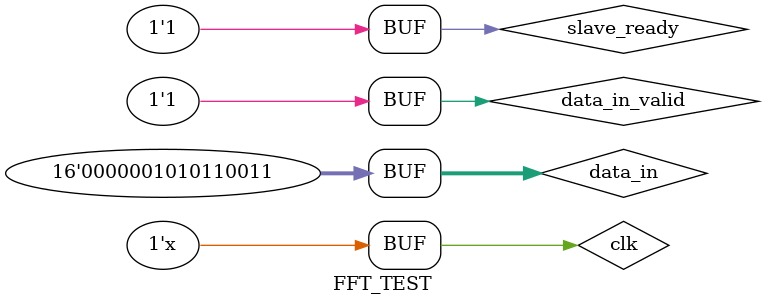
<source format=v>
`timescale 1ns / 1ps


module FFT_TEST;

	// Inputs
	reg clk;
	reg [15:0] data_in;
	reg data_in_valid;
	reg slave_ready;

	// Outputs
	wire [15:0] data_out;
	wire data_in_ready;
	wire data_out_valid;
	wire [7:0] output_index;

	// Instantiate the Unit Under Test (UUT)
	wrap_FFT uut (
		.clk(clk), 
		//.input_index(input_index),
		.data_in(data_in), 
		.data_out(data_out), 
		.data_in_ready(data_in_ready), 
		.data_in_valid(data_in_valid), 
		.data_out_valid(data_out_valid), 
		.slave_ready(slave_ready), 
		.output_index(output_index)
	);

always begin
	#5 clk = ~clk;
	end

	initial begin
		// Initialize Inputs
		clk = 0;
		data_in = 0;
		data_in_valid = 0;
		slave_ready = 0;
		//input_index = 0;

		// Wait 100 ns for global reset to finish
		#10 data_in_valid = 1;slave_ready = 1;
		#10 data_in = 10'b1010110011;//input_index = 8'd0;
		#10 data_in = 10'b1010111111;//input_index = 8'd1;
		#10 data_in = 10'b1010110111;//input_index = 8'd2;
		#10 data_in = 10'b1011110011;//input_index = 8'd3;
		#10 data_in = 10'b1010110011;//input_index = 8'd4;
		#10 data_in = 10'b1010111111;//input_index = 8'd5;
		#10 data_in = 10'b1010101111;//input_index = 8'd6;
		#10 data_in = 10'b1010110011;//input_index = 8'd7;
		#10 data_in = 10'b1010010111;//input_index = 8'd8;
		#10 data_in = 10'b1010110011;//input_index = 8'd9;
		#10 data_in = 10'b1010110011;//input_index = 8'd10;
		#10 data_in = 10'b1010111011;//input_index = 8'd11;
		#10 data_in = 10'b1010110011;//input_index = 8'd12;
		#10 data_in = 10'b1010110011;//input_index = 8'd13;
		#10 data_in = 10'b1010001011;//input_index = 8'd14;
		#10 data_in = 10'b1010110011;//input_index = 8'd15;
		#10 data_in = 10'b1010110011;//input_index = 8'd0;
		#10 data_in = 10'b1010111111;//input_index = 8'd1;
		#10 data_in = 10'b1010110111;//input_index = 8'd2;
		#10 data_in = 10'b1011110011;//input_index = 8'd3;
		#10 data_in = 10'b1010110011;//input_index = 8'd4;
		#10 data_in = 10'b1010111111;//input_index = 8'd5;
		#10 data_in = 10'b1010101111;//input_index = 8'd6;
		#10 data_in = 10'b1010110011;//input_index = 8'd7;
		#10 data_in = 10'b1010010111;//input_index = 8'd8;
		#10 data_in = 10'b1010110011;//input_index = 8'd9;
		#10 data_in = 10'b1010110011;//input_index = 8'd10;
		#10 data_in = 10'b1010111011;//input_index = 8'd11;
		#10 data_in = 10'b1010110011;//input_index = 8'd12;
		#10 data_in = 10'b1010110011;//input_index = 8'd13;
		#10 data_in = 10'b1010001011;//input_index = 8'd14;
		#10 data_in = 10'b1010110011;//input_index = 8'd15;
				#10 data_in = 10'b1010110011;//input_index = 8'd0;
		#10 data_in = 10'b1010111111;//input_index = 8'd1;
		#10 data_in = 10'b1010110111;//input_index = 8'd2;
		#10 data_in = 10'b1011110011;//input_index = 8'd3;
		#10 data_in = 10'b1010110011;//input_index = 8'd4;
		#10 data_in = 10'b1010111111;//input_index = 8'd5;
		#10 data_in = 10'b1010101111;//input_index = 8'd6;
		#10 data_in = 10'b1010110011;//input_index = 8'd7;
		#10 data_in = 10'b1010010111;//input_index = 8'd8;
		#10 data_in = 10'b1010110011;//input_index = 8'd9;
		#10 data_in = 10'b1010110011;//input_index = 8'd10;
		#10 data_in = 10'b1010111011;//input_index = 8'd11;
		#10 data_in = 10'b1010110011;//input_index = 8'd12;
		#10 data_in = 10'b1010110011;//input_index = 8'd13;
		#10 data_in = 10'b1010001011;//input_index = 8'd14;
		#10 data_in = 10'b1010110011;//input_index = 8'd15;
				#10 data_in = 10'b1010110011;//input_index = 8'd0;
		#10 data_in = 10'b1010111111;//input_index = 8'd1;
		#10 data_in = 10'b1010110111;//input_index = 8'd2;
		#10 data_in = 10'b1011110011;//input_index = 8'd3;
		#10 data_in = 10'b1010110011;//input_index = 8'd4;
		#10 data_in = 10'b1010111111;//input_index = 8'd5;
		#10 data_in = 10'b1010101111;//input_index = 8'd6;
		#10 data_in = 10'b1010110011;//input_index = 8'd7;
		#10 data_in = 10'b1010010111;//input_index = 8'd8;
		#10 data_in = 10'b1010110011;//input_index = 8'd9;
		#10 data_in = 10'b1010110011;//input_index = 8'd10;
		#10 data_in = 10'b1010111011;//input_index = 8'd11;
		#10 data_in = 10'b1010110011;//input_index = 8'd12;
		#10 data_in = 10'b1010110011;//input_index = 8'd13;
		#10 data_in = 10'b1010001011;//input_index = 8'd14;
		#10 data_in = 10'b1010110011;//input_index = 8'd15;
				#10 data_in = 10'b1010110011;//input_index = 8'd0;
		#10 data_in = 10'b1010111111;//input_index = 8'd1;
		#10 data_in = 10'b1010110111;//input_index = 8'd2;
		#10 data_in = 10'b1011110011;//input_index = 8'd3;
		#10 data_in = 10'b1010110011;//input_index = 8'd4;
		#10 data_in = 10'b1010111111;//input_index = 8'd5;
		#10 data_in = 10'b1010101111;//input_index = 8'd6;
		#10 data_in = 10'b1010110011;//input_index = 8'd7;
		#10 data_in = 10'b1010010111;//input_index = 8'd8;
		#10 data_in = 10'b1010110011;//input_index = 8'd9;
		#10 data_in = 10'b1010110011;//input_index = 8'd10;
		#10 data_in = 10'b1010111011;//input_index = 8'd11;
		#10 data_in = 10'b1010110011;//input_index = 8'd12;
		#10 data_in = 10'b1010110011;//input_index = 8'd13;
		#10 data_in = 10'b1010001011;//input_index = 8'd14;
		#10 data_in = 10'b1010110011;//input_index = 8'd15;
				#10 data_in = 10'b1010110011;//input_index = 8'd0;
		#10 data_in = 10'b1010111111;//input_index = 8'd1;
		#10 data_in = 10'b1010110111;//input_index = 8'd2;
		#10 data_in = 10'b1011110011;//input_index = 8'd3;
		#10 data_in = 10'b1010110011;//input_index = 8'd4;
		#10 data_in = 10'b1010111111;//input_index = 8'd5;
		#10 data_in = 10'b1010101111;//input_index = 8'd6;
		#10 data_in = 10'b1010110011;//input_index = 8'd7;
		#10 data_in = 10'b1010010111;//input_index = 8'd8;
		#10 data_in = 10'b1010110011;//input_index = 8'd9;
		#10 data_in = 10'b1010110011;//input_index = 8'd10;
		#10 data_in = 10'b1010111011;//input_index = 8'd11;
		#10 data_in = 10'b1010110011;//input_index = 8'd12;
		#10 data_in = 10'b1010110011;//input_index = 8'd13;
		#10 data_in = 10'b1010001011;//input_index = 8'd14;
		#10 data_in = 10'b1010110011;//input_index = 8'd15;
				#10 data_in = 10'b1010110011;//input_index = 8'd0;
		#10 data_in = 10'b1010111111;//input_index = 8'd1;
		#10 data_in = 10'b1010110111;//input_index = 8'd2;
		#10 data_in = 10'b1011110011;//input_index = 8'd3;
		#10 data_in = 10'b1010110011;//input_index = 8'd4;
		#10 data_in = 10'b1010111111;//input_index = 8'd5;
		#10 data_in = 10'b1010101111;//input_index = 8'd6;
		#10 data_in = 10'b1010110011;//input_index = 8'd7;
		#10 data_in = 10'b1010010111;//input_index = 8'd8;
		#10 data_in = 10'b1010110011;//input_index = 8'd9;
		#10 data_in = 10'b1010110011;//input_index = 8'd10;
		#10 data_in = 10'b1010111011;//input_index = 8'd11;
		#10 data_in = 10'b1010110011;//input_index = 8'd12;
		#10 data_in = 10'b1010110011;//input_index = 8'd13;
		#10 data_in = 10'b1010001011;//input_index = 8'd14;
		#10 data_in = 10'b1010110011;//input_index = 8'd15;
				#10 data_in = 10'b1010110011;//input_index = 8'd0;
		#10 data_in = 10'b1010111111;//input_index = 8'd1;
		#10 data_in = 10'b1010110111;//input_index = 8'd2;
		#10 data_in = 10'b1011110011;//input_index = 8'd3;
		#10 data_in = 10'b1010110011;//input_index = 8'd4;
		#10 data_in = 10'b1010111111;//input_index = 8'd5;
		#10 data_in = 10'b1010101111;//input_index = 8'd6;
		#10 data_in = 10'b1010110011;//input_index = 8'd7;
		#10 data_in = 10'b1010010111;//input_index = 8'd8;
		#10 data_in = 10'b1010110011;//input_index = 8'd9;
		#10 data_in = 10'b1010110011;//input_index = 8'd10;
		#10 data_in = 10'b1010111011;//input_index = 8'd11;
		#10 data_in = 10'b1010110011;//input_index = 8'd12;
		#10 data_in = 10'b1010110011;//input_index = 8'd13;
		#10 data_in = 10'b1010001011;//input_index = 8'd14;
		#10 data_in = 10'b1010110011;//input_index = 8'd15;

		// Add stimulus here

	end
	endmodule


</source>
